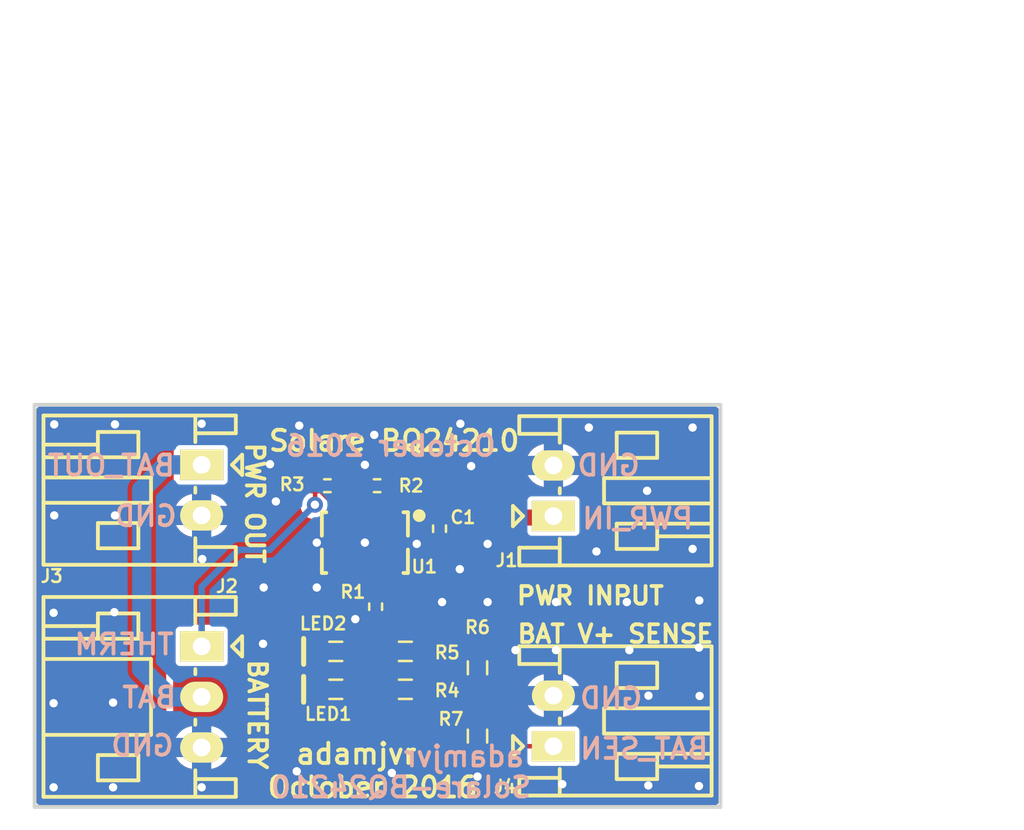
<source format=kicad_pcb>
(kicad_pcb (version 20221018) (generator pcbnew)
  (layers (0 "F.Cu" signal) (31 "B.Cu" signal) (34 "B.Paste" user) (35 "F.Paste" user) (36 "B.SilkS" user "B.Silkscreen") (37 "F.SilkS" user "F.Silkscreen") (38 "B.Mask" user) (39 "F.Mask" user) (44 "Edge.Cuts" user))
  (net 0 "")
  (net 1 "GND")
  (net 2 "Net-(C1-Pad1)")
  (net 3 "/BAT")
  (net 4 "/THERM")
  (net 5 "/BAT_VOLT")
  (net 6 "Net-(LED1-Pad1)")
  (net 7 "Net-(LED1-Pad2)")
  (net 8 "Net-(LED2-Pad2)")
  (net 9 "Net-(LED2-Pad1)")
  (net 10 "Net-(R1-Pad1)")
  (net 11 "Net-(R2-Pad1)")
  (net 12 "Net-(R3-Pad1)")
  (footprint "PCB_Footprints:C0402" (layer "F.Cu") (at 66.7 57.7 -90)
    (fp_text reference "C1" (at -0.45 -0.925) (layer "F.SilkS") (effects (font (size 0.5 0.5) (thickness 0.1))))
    (fp_text value "CL05A105KA5NQNC")
    (fp_line (start -0.127 -0.254) (end 0.127 -0.254) (stroke (width 0.1)) (layer "F.SilkS"))
    (fp_line (start -0.127 0.254) (end 0.127 0.254) (stroke (width 0.1)) (layer "F.SilkS"))
    (pad "1" smd roundrect (at -0.483 0 270) (size 0.559 0.61) (layers "F.Cu" "F.Paste" "F.Mask") (net 2 "Net-(C1-Pad1)"))
    (pad "2" smd roundrect (at 0.483 0 270) (size 0.559 0.61) (layers "F.Cu" "F.Paste" "F.Mask") (net 1 "GND"))
  )
  (footprint "PCB_Footprints:S2B-PH-K-S(LF)(SN)" (layer "F.Cu") (at 71.2 57.2 90)
    (fp_text reference "J1" (at -1.75 -1.85 180) (layer "F.SilkS") (effects (font (size 0.5 0.5) (thickness 0.1))))
    (fp_text value "S2B-PH-K-S(LF)(SN)")
    (fp_line (start -1.95 -1.35) (end -1.95 6.25) (stroke (width 0.15)) (layer "F.SilkS"))
    (fp_line (start -1.95 0.25) (end -1.25 0.25) (stroke (width 0.15)) (layer "F.SilkS"))
    (fp_line (start -1.95 6.25) (end 3.95 6.25) (stroke (width 0.15)) (layer "F.SilkS"))
    (fp_line (start -1.3 2.5) (end -1.3 4.1) (stroke (width 0.15)) (layer "F.SilkS"))
    (fp_line (start -1.3 4.1) (end -0.3 4.1) (stroke (width 0.15)) (layer "F.SilkS"))
    (fp_line (start -1.25 -1.35) (end -1.95 -1.35) (stroke (width 0.15)) (layer "F.SilkS"))
    (fp_line (start -1.25 0.25) (end -1.25 -1.35) (stroke (width 0.15)) (layer "F.SilkS"))
    (fp_line (start -0.9 0.25) (end -1.25 0.25) (stroke (width 0.15)) (layer "F.SilkS"))
    (fp_line (start -0.8 4.1) (end -0.8 6.25) (stroke (width 0.15)) (layer "F.SilkS"))
    (fp_line (start -0.4 -1.6) (end 0.4 -1.6) (stroke (width 0.15)) (layer "F.SilkS"))
    (fp_line (start -0.3 2.5) (end -1.3 2.5) (stroke (width 0.15)) (layer "F.SilkS"))
    (fp_line (start -0.3 4.1) (end -0.3 2.5) (stroke (width 0.15)) (layer "F.SilkS"))
    (fp_line (start -0.3 4.1) (end -0.3 6.25) (stroke (width 0.15)) (layer "F.SilkS"))
    (fp_line (start 0 -1.2) (end -0.4 -1.6) (stroke (width 0.15)) (layer "F.SilkS"))
    (fp_line (start 0.4 -1.6) (end 0 -1.2) (stroke (width 0.15)) (layer "F.SilkS"))
    (fp_line (start 0.5 2) (end 1.5 2) (stroke (width 0.15)) (layer "F.SilkS"))
    (fp_line (start 0.5 6.25) (end 0.5 2) (stroke (width 0.15)) (layer "F.SilkS"))
    (fp_line (start 0.9 0.25) (end 1.1 0.25) (stroke (width 0.15)) (layer "F.SilkS"))
    (fp_line (start 1.5 2) (end 1.5 6.25) (stroke (width 0.15)) (layer "F.SilkS"))
    (fp_line (start 2.3 2.5) (end 3.3 2.5) (stroke (width 0.15)) (layer "F.SilkS"))
    (fp_line (start 2.3 4.1) (end 2.3 2.5) (stroke (width 0.15)) (layer "F.SilkS"))
    (fp_line (start 3.25 -1.35) (end 3.25 0.25) (stroke (width 0.15)) (layer "F.SilkS"))
    (fp_line (start 3.25 0.25) (end 2.9 0.25) (stroke (width 0.15)) (layer "F.SilkS"))
    (fp_line (start 3.3 2.5) (end 3.3 4.1) (stroke (width 0.15)) (layer "F.SilkS"))
    (fp_line (start 3.3 4.1) (end 2.3 4.1) (stroke (width 0.15)) (layer "F.SilkS"))
    (fp_line (start 3.95 -1.35) (end 3.25 -1.35) (stroke (width 0.15)) (layer "F.SilkS"))
    (fp_line (start 3.95 0.25) (end 3.25 0.25) (stroke (width 0.15)) (layer "F.SilkS"))
    (fp_line (start 3.95 6.25) (end 3.95 -1.35) (stroke (width 0.15)) (layer "F.SilkS"))
    (pad "1" thru_hole rect (at 0 0 90) (size 1.2 1.7) (drill 0.7) (layers "*.Cu" "*.Mask" "F.SilkS") (net 2 "Net-(C1-Pad1)"))
    (pad "2" thru_hole oval (at 2 0 90) (size 1.2 1.7) (drill 0.7) (layers "*.Cu" "*.Mask" "F.SilkS") (net 1 "GND"))
  )
  (footprint "PCB_Footprints:S3B-PH-K-S(LF)(SN)" (layer "F.Cu") (at 57.3 62.35 -90)
    (fp_text reference "J2" (at -2.375 -1) (layer "F.SilkS") (effects (font (size 0.5 0.5) (thickness 0.1))))
    (fp_text value "S3B-PH-K-S(LF)(SN)")
    (fp_line (start -1.95 -1.35) (end -1.95 6.25) (stroke (width 0.15)) (layer "F.SilkS"))
    (fp_line (start -1.95 0.25) (end -1.25 0.25) (stroke (width 0.15)) (layer "F.SilkS"))
    (fp_line (start -1.95 6.25) (end 5.95 6.25) (stroke (width 0.15)) (layer "F.SilkS"))
    (fp_line (start -1.3 2.5) (end -1.3 4.1) (stroke (width 0.15)) (layer "F.SilkS"))
    (fp_line (start -1.3 4.1) (end -0.3 4.1) (stroke (width 0.15)) (layer "F.SilkS"))
    (fp_line (start -1.25 -1.35) (end -1.95 -1.35) (stroke (width 0.15)) (layer "F.SilkS"))
    (fp_line (start -1.25 0.25) (end -1.25 -1.35) (stroke (width 0.15)) (layer "F.SilkS"))
    (fp_line (start -0.9 0.25) (end -1.25 0.25) (stroke (width 0.15)) (layer "F.SilkS"))
    (fp_line (start -0.8 4.1) (end -0.8 6.25) (stroke (width 0.15)) (layer "F.SilkS"))
    (fp_line (start -0.4 -1.6) (end 0.4 -1.6) (stroke (width 0.15)) (layer "F.SilkS"))
    (fp_line (start -0.3 2.5) (end -1.3 2.5) (stroke (width 0.15)) (layer "F.SilkS"))
    (fp_line (start -0.3 4.1) (end -0.3 2.5) (stroke (width 0.15)) (layer "F.SilkS"))
    (fp_line (start -0.3 4.1) (end -0.3 6.25) (stroke (width 0.15)) (layer "F.SilkS"))
    (fp_line (start 0 -1.2) (end -0.4 -1.6) (stroke (width 0.15)) (layer "F.SilkS"))
    (fp_line (start 0.4 -1.6) (end 0 -1.2) (stroke (width 0.15)) (layer "F.SilkS"))
    (fp_line (start 0.5 2) (end 3.5 2) (stroke (width 0.15)) (layer "F.SilkS"))
    (fp_line (start 0.5 6.25) (end 0.5 2) (stroke (width 0.15)) (layer "F.SilkS"))
    (fp_line (start 0.9 0.25) (end 1.1 0.25) (stroke (width 0.15)) (layer "F.SilkS"))
    (fp_line (start 2.9 0.25) (end 3.1 0.25) (stroke (width 0.15)) (layer "F.SilkS"))
    (fp_line (start 3.5 2) (end 3.5 6.25) (stroke (width 0.15)) (layer "F.SilkS"))
    (fp_line (start 4.3 2.5) (end 5.3 2.5) (stroke (width 0.15)) (layer "F.SilkS"))
    (fp_line (start 4.3 4.1) (end 4.3 2.5) (stroke (width 0.15)) (layer "F.SilkS"))
    (fp_line (start 5.25 -1.35) (end 5.25 0.25) (stroke (width 0.15)) (layer "F.SilkS"))
    (fp_line (start 5.25 0.25) (end 4.9 0.25) (stroke (width 0.15)) (layer "F.SilkS"))
    (fp_line (start 5.3 2.5) (end 5.3 4.1) (stroke (width 0.15)) (layer "F.SilkS"))
    (fp_line (start 5.3 4.1) (end 4.3 4.1) (stroke (width 0.15)) (layer "F.SilkS"))
    (fp_line (start 5.95 -1.35) (end 5.25 -1.35) (stroke (width 0.15)) (layer "F.SilkS"))
    (fp_line (start 5.95 0.25) (end 5.25 0.25) (stroke (width 0.15)) (layer "F.SilkS"))
    (fp_line (start 5.95 6.25) (end 5.95 -1.35) (stroke (width 0.15)) (layer "F.SilkS"))
    (pad "1" thru_hole rect (at 0 0 270) (size 1.2 1.7) (drill 0.7) (layers "*.Cu" "*.Mask" "F.SilkS") (net 4 "/THERM"))
    (pad "2" thru_hole oval (at 2 0 270) (size 1.2 1.7) (drill 0.7) (layers "*.Cu" "*.Mask" "F.SilkS") (net 3 "/BAT"))
    (pad "3" thru_hole oval (at 4 0 270) (size 1.2 1.7) (drill 0.7) (layers "*.Cu" "*.Mask" "F.SilkS") (net 1 "GND"))
  )
  (footprint "PCB_Footprints:S2B-PH-K-S(LF)(SN)" (layer "F.Cu") (at 57.3 55.175 -90)
    (fp_text reference "J3" (at 4.4 5.925) (layer "F.SilkS") (effects (font (size 0.5 0.5) (thickness 0.1))))
    (fp_text value "S2B-PH-K-S(LF)(SN)")
    (fp_line (start -1.95 -1.35) (end -1.95 6.25) (stroke (width 0.15)) (layer "F.SilkS"))
    (fp_line (start -1.95 0.25) (end -1.25 0.25) (stroke (width 0.15)) (layer "F.SilkS"))
    (fp_line (start -1.95 6.25) (end 3.95 6.25) (stroke (width 0.15)) (layer "F.SilkS"))
    (fp_line (start -1.3 2.5) (end -1.3 4.1) (stroke (width 0.15)) (layer "F.SilkS"))
    (fp_line (start -1.3 4.1) (end -0.3 4.1) (stroke (width 0.15)) (layer "F.SilkS"))
    (fp_line (start -1.25 -1.35) (end -1.95 -1.35) (stroke (width 0.15)) (layer "F.SilkS"))
    (fp_line (start -1.25 0.25) (end -1.25 -1.35) (stroke (width 0.15)) (layer "F.SilkS"))
    (fp_line (start -0.9 0.25) (end -1.25 0.25) (stroke (width 0.15)) (layer "F.SilkS"))
    (fp_line (start -0.8 4.1) (end -0.8 6.25) (stroke (width 0.15)) (layer "F.SilkS"))
    (fp_line (start -0.4 -1.6) (end 0.4 -1.6) (stroke (width 0.15)) (layer "F.SilkS"))
    (fp_line (start -0.3 2.5) (end -1.3 2.5) (stroke (width 0.15)) (layer "F.SilkS"))
    (fp_line (start -0.3 4.1) (end -0.3 2.5) (stroke (width 0.15)) (layer "F.SilkS"))
    (fp_line (start -0.3 4.1) (end -0.3 6.25) (stroke (width 0.15)) (layer "F.SilkS"))
    (fp_line (start 0 -1.2) (end -0.4 -1.6) (stroke (width 0.15)) (layer "F.SilkS"))
    (fp_line (start 0.4 -1.6) (end 0 -1.2) (stroke (width 0.15)) (layer "F.SilkS"))
    (fp_line (start 0.5 2) (end 1.5 2) (stroke (width 0.15)) (layer "F.SilkS"))
    (fp_line (start 0.5 6.25) (end 0.5 2) (stroke (width 0.15)) (layer "F.SilkS"))
    (fp_line (start 0.9 0.25) (end 1.1 0.25) (stroke (width 0.15)) (layer "F.SilkS"))
    (fp_line (start 1.5 2) (end 1.5 6.25) (stroke (width 0.15)) (layer "F.SilkS"))
    (fp_line (start 2.3 2.5) (end 3.3 2.5) (stroke (width 0.15)) (layer "F.SilkS"))
    (fp_line (start 2.3 4.1) (end 2.3 2.5) (stroke (width 0.15)) (layer "F.SilkS"))
    (fp_line (start 3.25 -1.35) (end 3.25 0.25) (stroke (width 0.15)) (layer "F.SilkS"))
    (fp_line (start 3.25 0.25) (end 2.9 0.25) (stroke (width 0.15)) (layer "F.SilkS"))
    (fp_line (start 3.3 2.5) (end 3.3 4.1) (stroke (width 0.15)) (layer "F.SilkS"))
    (fp_line (start 3.3 4.1) (end 2.3 4.1) (stroke (width 0.15)) (layer "F.SilkS"))
    (fp_line (start 3.95 -1.35) (end 3.25 -1.35) (stroke (width 0.15)) (layer "F.SilkS"))
    (fp_line (start 3.95 0.25) (end 3.25 0.25) (stroke (width 0.15)) (layer "F.SilkS"))
    (fp_line (start 3.95 6.25) (end 3.95 -1.35) (stroke (width 0.15)) (layer "F.SilkS"))
    (pad "1" thru_hole rect (at 0 0 270) (size 1.2 1.7) (drill 0.7) (layers "*.Cu" "*.Mask" "F.SilkS") (net 3 "/BAT"))
    (pad "2" thru_hole oval (at 2 0 270) (size 1.2 1.7) (drill 0.7) (layers "*.Cu" "*.Mask" "F.SilkS") (net 1 "GND"))
  )
  (footprint "PCB_Footprints:S2B-PH-K-S(LF)(SN)" (layer "F.Cu") (at 71.2 66.3 90)
    (fp_text reference "J4" (at -1.6 -1.925 180) (layer "F.SilkS") (effects (font (size 0.5 0.5) (thickness 0.1))))
    (fp_text value "S2B-PH-K-S(LF)(SN)")
    (fp_line (start -1.95 -1.35) (end -1.95 6.25) (stroke (width 0.15)) (layer "F.SilkS"))
    (fp_line (start -1.95 0.25) (end -1.25 0.25) (stroke (width 0.15)) (layer "F.SilkS"))
    (fp_line (start -1.95 6.25) (end 3.95 6.25) (stroke (width 0.15)) (layer "F.SilkS"))
    (fp_line (start -1.3 2.5) (end -1.3 4.1) (stroke (width 0.15)) (layer "F.SilkS"))
    (fp_line (start -1.3 4.1) (end -0.3 4.1) (stroke (width 0.15)) (layer "F.SilkS"))
    (fp_line (start -1.25 -1.35) (end -1.95 -1.35) (stroke (width 0.15)) (layer "F.SilkS"))
    (fp_line (start -1.25 0.25) (end -1.25 -1.35) (stroke (width 0.15)) (layer "F.SilkS"))
    (fp_line (start -0.9 0.25) (end -1.25 0.25) (stroke (width 0.15)) (layer "F.SilkS"))
    (fp_line (start -0.8 4.1) (end -0.8 6.25) (stroke (width 0.15)) (layer "F.SilkS"))
    (fp_line (start -0.4 -1.6) (end 0.4 -1.6) (stroke (width 0.15)) (layer "F.SilkS"))
    (fp_line (start -0.3 2.5) (end -1.3 2.5) (stroke (width 0.15)) (layer "F.SilkS"))
    (fp_line (start -0.3 4.1) (end -0.3 2.5) (stroke (width 0.15)) (layer "F.SilkS"))
    (fp_line (start -0.3 4.1) (end -0.3 6.25) (stroke (width 0.15)) (layer "F.SilkS"))
    (fp_line (start 0 -1.2) (end -0.4 -1.6) (stroke (width 0.15)) (layer "F.SilkS"))
    (fp_line (start 0.4 -1.6) (end 0 -1.2) (stroke (width 0.15)) (layer "F.SilkS"))
    (fp_line (start 0.5 2) (end 1.5 2) (stroke (width 0.15)) (layer "F.SilkS"))
    (fp_line (start 0.5 6.25) (end 0.5 2) (stroke (width 0.15)) (layer "F.SilkS"))
    (fp_line (start 0.9 0.25) (end 1.1 0.25) (stroke (width 0.15)) (layer "F.SilkS"))
    (fp_line (start 1.5 2) (end 1.5 6.25) (stroke (width 0.15)) (layer "F.SilkS"))
    (fp_line (start 2.3 2.5) (end 3.3 2.5) (stroke (width 0.15)) (layer "F.SilkS"))
    (fp_line (start 2.3 4.1) (end 2.3 2.5) (stroke (width 0.15)) (layer "F.SilkS"))
    (fp_line (start 3.25 -1.35) (end 3.25 0.25) (stroke (width 0.15)) (layer "F.SilkS"))
    (fp_line (start 3.25 0.25) (end 2.9 0.25) (stroke (width 0.15)) (layer "F.SilkS"))
    (fp_line (start 3.3 2.5) (end 3.3 4.1) (stroke (width 0.15)) (layer "F.SilkS"))
    (fp_line (start 3.3 4.1) (end 2.3 4.1) (stroke (width 0.15)) (layer "F.SilkS"))
    (fp_line (start 3.95 -1.35) (end 3.25 -1.35) (stroke (width 0.15)) (layer "F.SilkS"))
    (fp_line (start 3.95 0.25) (end 3.25 0.25) (stroke (width 0.15)) (layer "F.SilkS"))
    (fp_line (start 3.95 6.25) (end 3.95 -1.35) (stroke (width 0.15)) (layer "F.SilkS"))
    (pad "1" thru_hole rect (at 0 0 90) (size 1.2 1.7) (drill 0.7) (layers "*.Cu" "*.Mask" "F.SilkS") (net 5 "/BAT_VOLT"))
    (pad "2" thru_hole oval (at 2 0 90) (size 1.2 1.7) (drill 0.7) (layers "*.Cu" "*.Mask" "F.SilkS") (net 1 "GND"))
  )
  (footprint "PCB_Footprints:LED0603" (layer "F.Cu") (at 62.6 64.05 180)
    (fp_text reference "LED1" (at 0.3 -0.975 180) (layer "F.SilkS") (effects (font (size 0.5 0.5) (thickness 0.1))))
    (fp_text value "LTST-C191KGKT" hide)
    (fp_line (start -0.254 -0.381) (end 0.254 -0.381) (stroke (width 0.1)) (layer "F.SilkS"))
    (fp_line (start 0.254 0.381) (end -0.254 0.381) (stroke (width 0.1)) (layer "F.SilkS"))
    (fp_line (start 1.27 -0.508) (end 1.27 0.508) (stroke (width 0.2)) (layer "F.SilkS"))
    (pad "1" smd roundrect (at -0.68 0 180) (size 0.74 1) (layers "F.Cu" "F.Paste" "F.Mask") (net 6 "Net-(LED1-Pad1)"))
    (pad "2" smd roundrect (at 0.68 0 180) (size 0.74 1) (layers "F.Cu" "F.Paste" "F.Mask") (net 7 "Net-(LED1-Pad2)"))
  )
  (footprint "PCB_Footprints:LED0603" (layer "F.Cu") (at 62.6 62.55 180)
    (fp_text reference "LED2" (at 0.5 1.1 180) (layer "F.SilkS") (effects (font (size 0.5 0.5) (thickness 0.1))))
    (fp_text value "LTST-C191KFKT" hide)
    (fp_line (start -0.254 -0.381) (end 0.254 -0.381) (stroke (width 0.1)) (layer "F.SilkS"))
    (fp_line (start 0.254 0.381) (end -0.254 0.381) (stroke (width 0.1)) (layer "F.SilkS"))
    (fp_line (start 1.27 -0.508) (end 1.27 0.508) (stroke (width 0.2)) (layer "F.SilkS"))
    (pad "1" smd roundrect (at -0.68 0 180) (size 0.74 1) (layers "F.Cu" "F.Paste" "F.Mask") (net 9 "Net-(LED2-Pad1)"))
    (pad "2" smd roundrect (at 0.68 0 180) (size 0.74 1) (layers "F.Cu" "F.Paste" "F.Mask") (net 8 "Net-(LED2-Pad2)"))
  )
  (footprint "PCB_Footprints:R0402" (layer "F.Cu") (at 64.175 60.783 -90)
    (fp_text reference "R1" (at -0.583 0.9) (layer "F.SilkS") (effects (font (size 0.5 0.5) (thickness 0.1))))
    (fp_text value "RC1005F102CS" hide)
    (fp_line (start -0.127 -0.254) (end 0.127 -0.254) (stroke (width 0.1)) (layer "F.SilkS"))
    (fp_line (start -0.127 0.254) (end 0.127 0.254) (stroke (width 0.1)) (layer "F.SilkS"))
    (pad "1" smd roundrect (at -0.483 0 270) (size 0.559 0.61) (layers "F.Cu" "F.Paste" "F.Mask") (net 10 "Net-(R1-Pad1)"))
    (pad "2" smd roundrect (at 0.483 0 270) (size 0.559 0.61) (layers "F.Cu" "F.Paste" "F.Mask") (net 1 "GND"))
  )
  (footprint "PCB_Footprints:R0402" (layer "F.Cu") (at 64.233 56 180)
    (fp_text reference "R2" (at -1.342 0 180) (layer "F.SilkS") (effects (font (size 0.5 0.5) (thickness 0.1))))
    (fp_text value "RC1005F4870CS" hide)
    (fp_line (start -0.127 -0.254) (end 0.127 -0.254) (stroke (width 0.1)) (layer "F.SilkS"))
    (fp_line (start -0.127 0.254) (end 0.127 0.254) (stroke (width 0.1)) (layer "F.SilkS"))
    (pad "1" smd roundrect (at -0.483 0 180) (size 0.559 0.61) (layers "F.Cu" "F.Paste" "F.Mask") (net 11 "Net-(R2-Pad1)"))
    (pad "2" smd roundrect (at 0.483 0 180) (size 0.559 0.61) (layers "F.Cu" "F.Paste" "F.Mask") (net 1 "GND"))
  )
  (footprint "PCB_Footprints:R0402" (layer "F.Cu") (at 62.267 56 180)
    (fp_text reference "R3" (at 1.392 0.05 180) (layer "F.SilkS") (effects (font (size 0.5 0.5) (thickness 0.1))))
    (fp_text value "RC1005F102CS" hide)
    (fp_line (start -0.127 -0.254) (end 0.127 -0.254) (stroke (width 0.1)) (layer "F.SilkS"))
    (fp_line (start -0.127 0.254) (end 0.127 0.254) (stroke (width 0.1)) (layer "F.SilkS"))
    (pad "1" smd roundrect (at -0.483 0 180) (size 0.559 0.61) (layers "F.Cu" "F.Paste" "F.Mask") (net 12 "Net-(R3-Pad1)"))
    (pad "2" smd roundrect (at 0.483 0 180) (size 0.559 0.61) (layers "F.Cu" "F.Paste" "F.Mask") (net 4 "/THERM"))
  )
  (footprint "PCB_Footprints:R0603" (layer "F.Cu") (at 65.35 64.05)
    (fp_text reference "R4" (at 1.65 0.05) (layer "F.SilkS") (effects (font (size 0.5 0.5) (thickness 0.1))))
    (fp_text value "RC1608J202CS" hide)
    (fp_line (start -0.254 -0.381) (end 0.254 -0.381) (stroke (width 0.1)) (layer "F.SilkS"))
    (fp_line (start -0.254 0.381) (end 0.254 0.381) (stroke (width 0.1)) (layer "F.SilkS"))
    (pad "1" smd roundrect (at -0.68 0) (size 0.74 1) (layers "F.Cu" "F.Paste" "F.Mask") (net 6 "Net-(LED1-Pad1)"))
    (pad "2" smd roundrect (at 0.68 0) (size 0.74 1) (layers "F.Cu" "F.Paste" "F.Mask") (net 3 "/BAT"))
  )
  (footprint "PCB_Footprints:R0603" (layer "F.Cu") (at 65.35 62.55)
    (fp_text reference "R5" (at 1.65 0.05) (layer "F.SilkS") (effects (font (size 0.5 0.5) (thickness 0.1))))
    (fp_text value "RC1608J202CS" hide)
    (fp_line (start -0.254 -0.381) (end 0.254 -0.381) (stroke (width 0.1)) (layer "F.SilkS"))
    (fp_line (start -0.254 0.381) (end 0.254 0.381) (stroke (width 0.1)) (layer "F.SilkS"))
    (pad "1" smd roundrect (at -0.68 0) (size 0.74 1) (layers "F.Cu" "F.Paste" "F.Mask") (net 9 "Net-(LED2-Pad1)"))
    (pad "2" smd roundrect (at 0.68 0) (size 0.74 1) (layers "F.Cu" "F.Paste" "F.Mask") (net 3 "/BAT"))
  )
  (footprint "PCB_Footprints:R0603" (layer "F.Cu") (at 68.2 63.2 -90)
    (fp_text reference "R6" (at -1.6 0 180) (layer "F.SilkS") (effects (font (size 0.5 0.5) (thickness 0.1))))
    (fp_text value "ERA-3AEB3741V" hide)
    (fp_line (start -0.254 -0.381) (end 0.254 -0.381) (stroke (width 0.1)) (layer "F.SilkS"))
    (fp_line (start -0.254 0.381) (end 0.254 0.381) (stroke (width 0.1)) (layer "F.SilkS"))
    (pad "1" smd roundrect (at -0.68 0 270) (size 0.74 1) (layers "F.Cu" "F.Paste" "F.Mask") (net 3 "/BAT"))
    (pad "2" smd roundrect (at 0.68 0 270) (size 0.74 1) (layers "F.Cu" "F.Paste" "F.Mask") (net 5 "/BAT_VOLT"))
  )
  (footprint "PCB_Footprints:R0603" (layer "F.Cu") (at 68.2 65.9 -90)
    (fp_text reference "R7" (at -0.675 1.05 180) (layer "F.SilkS") (effects (font (size 0.5 0.5) (thickness 0.1))))
    (fp_text value "ERA-3AEB3741V" hide)
    (fp_line (start -0.254 -0.381) (end 0.254 -0.381) (stroke (width 0.1)) (layer "F.SilkS"))
    (fp_line (start -0.254 0.381) (end 0.254 0.381) (stroke (width 0.1)) (layer "F.SilkS"))
    (pad "1" smd roundrect (at -0.68 0 270) (size 0.74 1) (layers "F.Cu" "F.Paste" "F.Mask") (net 5 "/BAT_VOLT"))
    (pad "2" smd roundrect (at 0.68 0 270) (size 0.74 1) (layers "F.Cu" "F.Paste" "F.Mask") (net 1 "GND"))
  )
  (footprint "PCB_Footprints:BQ24210" (layer "F.Cu") (at 63.736807 58.325157 -90)
    (fp_text reference "U1" (at 0.874843 -2.363193) (layer "F.SilkS") (effects (font (size 0.5 0.5) (thickness 0.1))))
    (fp_text value "BQ24210DQCT")
    (fp_line (start -1.275157 -1.713193) (end -1.275157 -1.538193) (stroke (width 0.15)) (layer "F.SilkS"))
    (fp_line (start -1.275157 1.511807) (end -1.275157 1.686807) (stroke (width 0.15)) (layer "F.SilkS"))
    (fp_line (start -0.350157 -1.713193) (end -1.275157 -1.713193) (stroke (width 0.15)) (layer "F.SilkS"))
    (fp_line (start -0.350157 1.686807) (end -1.275157 1.686807) (stroke (width 0.15)) (layer "F.SilkS"))
    (fp_line (start 1.124843 -1.713193) (end 0.199843 -1.713193) (stroke (width 0.15)) (layer "F.SilkS"))
    (fp_line (start 1.124843 -1.713193) (end 1.124843 -1.538193) (stroke (width 0.15)) (layer "F.SilkS"))
    (fp_line (start 1.124843 1.511807) (end 1.124843 1.686807) (stroke (width 0.15)) (layer "F.SilkS"))
    (fp_line (start 1.124843 1.686807) (end 0.199843 1.686807) (stroke (width 0.15)) (layer "F.SilkS"))
    (fp_circle (center -1.143 -2.159) (end -1.143 -2.032) (stroke (width 0.25)) (fill none) (layer "F.SilkS"))
    (pad "1" smd oval (at -1.075157 -1.013193 180) (size 0.3 0.7) (layers "F.Cu" "F.Paste" "F.Mask") (net 2 "Net-(C1-Pad1)"))
    (pad "2" smd oval (at -1.075157 -0.513193 180) (size 0.3 0.7) (layers "F.Cu" "F.Paste" "F.Mask") (net 11 "Net-(R2-Pad1)"))
    (pad "3" smd oval (at -1.075157 -0.013193 180) (size 0.3 0.7) (layers "F.Cu" "F.Paste" "F.Mask") (net 1 "GND"))
    (pad "4" smd oval (at -1.075157 0.486807 180) (size 0.3 0.7) (layers "F.Cu" "F.Paste" "F.Mask") (net 12 "Net-(R3-Pad1)"))
    (pad "5" smd oval (at -1.075157 0.986807 180) (size 0.3 0.7) (layers "F.Cu" "F.Paste" "F.Mask") (net 4 "/THERM"))
    (pad "6" smd oval (at 0.924843 0.986807 180) (size 0.3 0.7) (layers "F.Cu" "F.Paste" "F.Mask") (net 8 "Net-(LED2-Pad2)"))
    (pad "7" smd oval (at 0.924843 0.486807 180) (size 0.3 0.7) (layers "F.Cu" "F.Paste" "F.Mask") (net 8 "Net-(LED2-Pad2)"))
    (pad "8" smd oval (at 0.924843 -0.013193 180) (size 0.3 0.7) (layers "F.Cu" "F.Paste" "F.Mask") (net 7 "Net-(LED1-Pad2)"))
    (pad "9" smd oval (at 0.924843 -0.513193 180) (size 0.3 0.7) (layers "F.Cu" "F.Paste" "F.Mask") (net 10 "Net-(R1-Pad1)"))
    (pad "10" smd oval (at 0.924843 -1.013193 180) (size 0.3 0.7) (layers "F.Cu" "F.Paste" "F.Mask") (net 3 "/BAT"))
    (pad "11" smd rect (at -0.075157 -0.013193 180) (size 2.4 0.75) (layers "F.Cu" "F.Paste" "F.Mask") (net 1 "GND"))
  )
  (gr_line (start 77.8 52.8) (end 77.8 68.7) (stroke (width 0.15)) (layer "Edge.Cuts"))
  (gr_line (start 50.7 68.7) (end 50.7 52.8) (stroke (width 0.15)) (layer "Edge.Cuts"))
  (gr_line (start 77.8 68.7) (end 50.7 68.7) (stroke (width 0.15)) (layer "Edge.Cuts"))
  (gr_line (start 50.7 52.8) (end 77.8 52.8) (stroke (width 0.15)) (layer "Edge.Cuts"))
  (gr_text "THERM" (at 56.275 62.275) (layer "B.SilkS") (effects (font (size 0.8 0.8)) (justify left mirror)))
  (gr_text "BAT" (at 56.375 64.375) (layer "B.SilkS") (effects (font (size 0.8 0.8)) (justify left mirror)))
  (gr_text "GND" (at 74.8 64.4) (layer "B.SilkS") (effects (font (size 0.8 0.8)) (justify left mirror)))
  (gr_text "GND" (at 56.4 57.2) (layer "B.SilkS") (effects (font (size 0.8 0.8)) (justify left mirror)))
  (gr_text "GND" (at 74.7 55.2) (layer "B.SilkS") (effects (font (size 0.8 0.8)) (justify left mirror)))
  (gr_text "GND" (at 56.275 66.275) (layer "B.SilkS") (effects (font (size 0.8 0.8)) (justify left mirror)))
  (gr_text "BAT_SEN" (at 77.4 66.4) (layer "B.SilkS") (effects (font (size 0.8 0.8)) (justify left mirror)))
  (gr_text "PWR_IN" (at 76.8 57.3) (layer "B.SilkS") (effects (font (size 0.8 0.8)) (justify left mirror)))
  (gr_text "BAT_OUT" (at 56.325 55.2) (layer "B.SilkS") (effects (font (size 0.8 0.8)) (justify left mirror)))
  (gr_text "Solare-BQ24210" (at 70.4 67.925) (layer "B.SilkS") (effects (font (size 0.8 0.8)) (justify left mirror)))
  (gr_text "adamjvr" (at 70.125 66.7) (layer "B.SilkS") (effects (font (size 0.8 0.8)) (justify left mirror)))
  (gr_text "October 2016" (at 69 54.425) (layer "B.SilkS") (effects (font (size 0.8 0.8)) (justify left mirror)))
  (gr_text "adamjvr" (at 60.95 66.6) (layer "F.SilkS") (effects (font (size 0.8 0.8)) (justify left)))
  (gr_text "October 2016" (at 59.825 67.925) (layer "F.SilkS") (effects (font (size 0.8 0.8)) (justify left)))
  (gr_text "PWR OUT" (at 59.4 54.225 270) (layer "F.SilkS") (effects (font (size 0.7 0.7)) (justify left)))
  (gr_text "BATTERY\n" (at 59.5 62.8 270) (layer "F.SilkS") (effects (font (size 0.7 0.7)) (justify left)))
  (gr_text "BAT V+ SENSE\n\n" (at 69.7 62.425) (layer "F.SilkS") (effects (font (size 0.7 0.7)) (justify left)))
  (gr_text "PWR INPUT" (at 69.675 60.35) (layer "F.SilkS") (effects (font (size 0.7 0.7)) (justify left)))
  (gr_text "Solare BQ24210" (at 59.875 54.225) (layer "F.SilkS") (effects (font (size 0.8 0.8)) (justify left)))
  (segment (start 61.057364 67.290996) (end 64.748823 67.290996) (width 0.1778) (layer "F.Cu") (net 1))
  (segment (start 63.75 56) (end 63.75 55.175543) (width 0.254) (layer "F.Cu") (net 1))
  (segment (start 63.75 57.25) (end 63.75 58.25) (width 0.1778) (layer "F.Cu") (net 1))
  (segment (start 76.902282 60.6) (end 76.964429 60.537853) (width 0.254) (layer "F.Cu") (net 1))
  (segment (start 71.2 55.2) (end 67.975 55.2) (width 0.1778) (layer "F.Cu") (net 1))
  (segment (start 71.2 55.2) (end 71.2 55.1) (width 0.254) (layer "F.Cu") (net 1))
  (segment (start 76.7 53.7) (end 76.7 58.5) (width 0.254) (layer "F.Cu") (net 1))
  (segment (start 71.6 67.85) (end 71.55 67.8) (width 0.1778) (layer "F.Cu") (net 1))
  (segment (start 74.2 62.5) (end 76.853299 62.5) (width 0.254) (layer "F.Cu") (net 1))
  (segment (start 72.6 53.7) (end 71.6 53.7) (width 0.1778) (layer "F.Cu") (net 1))
  (segment (start 76.964429 64.30038) (end 76.976527 64.312478) (width 0.254) (layer "F.Cu") (net 1))
  (segment (start 76.853299 62.5) (end 76.95233 62.400969) (width 0.254) (layer "F.Cu") (net 1))
  (segment (start 57.3 66.35) (end 57.3 67.925) (width 0.1778) (layer "F.Cu") (net 1))
  (segment (start 57.3 58.875) (end 57.325 58.9) (width 0.1778) (layer "F.Cu") (net 1))
  (segment (start 74.95 67.85) (end 71.6 67.85) (width 0.1778) (layer "F.Cu") (net 1))
  (segment (start 65.8 58.3) (end 68.6 58.3) (width 0.254) (layer "F.Cu") (net 1))
  (segment (start 63.803053 53.672273) (end 64.120552 53.989772) (width 0.1778) (layer "F.Cu") (net 1))
  (segment (start 68.2 66.58) (end 68.2 67.5) (width 0.254) (layer "F.Cu") (net 1))
  (segment (start 71.2 54.1) (end 71.2 55.2) (width 0.1778) (layer "F.Cu") (net 1))
  (segment (start 74.9 56.6) (end 74.9 56.2) (width 0.254) (layer "F.Cu") (net 1))
  (segment (start 63.75 55.175543) (end 63.751246 55.174297) (width 0.254) (layer "F.Cu") (net 1))
  (segment (start 61.082458 53.55) (end 61.155831 53.623373) (width 0.1778) (layer "F.Cu") (net 1))
  (segment (start 61.85 60.025) (end 59.75 60.025) (width 0.1778) (layer "F.Cu") (net 1))
  (segment (start 64.2 61.266) (end 63.379666 61.266) (width 0.254) (layer "F.Cu") (net 1))
  (segment (start 63.754153 53.623373) (end 63.803053 53.672273) (width 0.1778) (layer "F.Cu") (net 1))
  (segment (start 74.956134 64.30038) (end 76.964429 64.30038) (width 0.254) (layer "F.Cu") (net 1))
  (segment (start 68.6 60.6) (end 71.3 60.6) (width 0.254) (layer "F.Cu") (net 1))
  (segment (start 59.914837 56.939794) (end 60.232336 56.622295) (width 0.1778) (layer "F.Cu") (net 1))
  (segment (start 72.6 53.7) (end 67.671567 53.7) (width 0.1778) (layer "F.Cu") (net 1))
  (segment (start 71.3 62.5) (end 69.7 62.5) (width 0.254) (layer "F.Cu") (net 1))
  (segment (start 51.45 67.925) (end 51.45 64.6) (width 0.1778) (layer "F.Cu") (net 1))
  (segment (start 61.155831 53.623373) (end 63.754153 53.623373) (width 0.1778) (layer "F.Cu") (net 1))
  (segment (start 57.3 53.55) (end 61.082458 53.55) (width 0.1778) (layer "F.Cu") (net 1))
  (segment (start 53.875 57.175) (end 53.875 53.575) (width 0.1778) (layer "F.Cu") (net 1))
  (segment (start 63.75 57.25) (end 63.75 56) (width 0.1778) (layer "F.Cu") (net 1))
  (segment (start 63.751246 55.174297) (end 60.024297 55.174297) (width 0.1778) (layer "F.Cu") (net 1))
  (segment (start 76.976527 67.848473) (end 76.95 67.875) (width 0.1778) (layer "F.Cu") (net 1))
  (segment (start 71.6 53.7) (end 71.2 54.1) (width 0.1778) (layer "F.Cu") (net 1))
  (segment (start 67.671567 53.7) (end 67.522392 53.550825) (width 0.1778) (layer "F.Cu") (net 1))
  (segment (start 64.748823 67.290996) (end 64.814002 67.356175) (width 0.1778) (layer "F.Cu") (net 1))
  (segment (start 53.8 64.575) (end 53.8 67.925) (width 0.1778) (layer "F.Cu") (net 1))
  (segment (start 74.1 60.6) (end 76.902282 60.6) (width 0.254) (layer "F.Cu") (net 1))
  (segment (start 67.975 55.2) (end 67.95 55.225) (width 0.1778) (layer "F.Cu") (net 1))
  (segment (start 63.75 58.25) (end 61.85 58.25) (width 0.1778) (layer "F.Cu") (net 1))
  (segment (start 53.825 61.025) (end 53.85 61) (width 0.1778) (layer "F.Cu") (net 1))
  (segment (start 57.3 57.175) (end 59.679631 57.175) (width 0.1778) (layer "F.Cu") (net 1))
  (segment (start 63.379666 61.266) (end 63.370909 61.274757) (width 0.254) (layer "F.Cu") (net 1))
  (segment (start 59.679631 57.175) (end 59.914837 56.939794) (width 0.1778) (layer "F.Cu") (net 1))
  (segment (start 60.024297 55.174297) (end 60 55.15) (width 0.1778) (layer "F.Cu") (net 1))
  (segment (start 72.9 58.6) (end 74.9 56.6) (width 0.254) (layer "F.Cu") (net 1))
  (segment (start 57.3 57.175) (end 57.3 58.875) (width 0.1778) (layer "F.Cu") (net 1))
  (segment (start 68.6 60.6) (end 66.8 60.6) (width 0.254) (layer "F.Cu") (net 1))
  (segment (start 51.475 57.175) (end 51.475 53.575) (width 0.1778) (layer "F.Cu") (net 1))
  (segment (start 76.976527 64.312478) (end 76.976527 67.848473) (width 0.1778) (layer "F.Cu") (net 1))
  (segment (start 51.45 61.025) (end 51.45 64.6) (width 0.1778) (layer "F.Cu") (net 1))
  (segment (start 51.45 61.025) (end 53.825 61.025) (width 0.1778) (layer "F.Cu") (net 1))
  (via (at 71.55 67.8) (size 0.635) (drill 0.3302) (layers "F.Cu" "B.Cu") (net 1))
  (via (at 68.2 67.5) (size 0.635) (drill 0.3302) (layers "F.Cu" "B.Cu") (net 1))
  (via (at 76.7 53.7) (size 0.635) (drill 0.3302) (layers "F.Cu" "B.Cu") (net 1))
  (via (at 74.9 56.2) (size 0.635) (drill 0.3302) (layers "F.Cu" "B.Cu") (net 1))
  (via (at 66.8 60.6) (size 0.635) (drill 0.3302) (layers "F.Cu" "B.Cu") (net 1))
  (via (at 63.751246 55.174297) (size 0.635) (drill 0.3302) (layers "F.Cu" "B.Cu") (net 1))
  (via (at 51.475 57.175) (size 0.635) (drill 0.3302) (layers "F.Cu" "B.Cu") (net 1))
  (via (at 65.8 58.3) (size 0.635) (drill 0.3302) (layers "F.Cu" "B.Cu") (net 1))
  (via (at 60.232336 56.622295) (size 0.635) (drill 0.3302) (layers "F.Cu" "B.Cu") (net 1))
  (via (at 74.95 67.85) (size 0.635) (drill 0.3302) (layers "F.Cu" "B.Cu") (net 1))
  (via (at 57.3 53.55) (size 0.635) (drill 0.3302) (layers "F.Cu" "B.Cu") (net 1))
  (via (at 67.5 59.3) (size 0.635) (drill 0.3302) (layers "F.Cu" "B.Cu") (net 1))
  (via (at 57.325 58.9) (size 0.635) (drill 0.3302) (layers "F.Cu" "B.Cu") (net 1))
  (via (at 51.45 67.925) (size 0.635) (drill 0.3302) (layers "F.Cu" "B.Cu") (net 1))
  (via (at 61.057364 67.290996) (size 0.635) (drill 0.3302) (layers "F.Cu" "B.Cu") (net 1))
  (via (at 63.370909 61.274757) (size 0.635) (drill 0.3302) (layers "F.Cu" "B.Cu") (net 1))
  (via (at 53.8 67.925) (size 0.635) (drill 0.3302) (layers "F.Cu" "B.Cu") (net 1))
  (via (at 53.875 53.575) (size 0.635) (drill 0.3302) (layers "F.Cu" "B.Cu") (net 1))
  (via (at 74.1 60.6) (size 0.635) (drill 0.3302) (layers "F.Cu" "B.Cu") (net 1))
  (via (at 51.475 53.575) (size 0.635) (drill 0.3302) (layers "F.Cu" "B.Cu") (net 1))
  (via (at 64.814002 67.356175) (size 0.635) (drill 0.3302) (layers "F.Cu" "B.Cu") (net 1))
  (via (at 53.8 64.575) (size 0.635) (drill 0.3302) (layers "F.Cu" "B.Cu") (net 1))
  (via (at 76.7 58.5) (size 0.635) (drill 0.3302) (layers "F.Cu" "B.Cu") (net 1))
  (via (at 76.976527 64.312478) (size 0.635) (drill 0.3302) (layers "F.Cu" "B.Cu") (net 1))
  (via (at 53.85 61) (size 0.635) (drill 0.3302) (layers "F.Cu" "B.Cu") (net 1))
  (via (at 74.956134 64.30038) (size 0.635) (drill 0.3302) (layers "F.Cu" "B.Cu") (net 1))
  (via (at 74.2 62.5) (size 0.635) (drill 0.3302) (layers "F.Cu" "B.Cu") (net 1))
  (via (at 51.45 61.025) (size 0.635) (drill 0.3302) (layers "F.Cu" "B.Cu") (net 1))
  (via (at 59.75 60.025) (size 0.635) (drill 0.3302) (layers "F.Cu" "B.Cu") (net 1))
  (via (at 59.725 62.25) (size 0.635) (drill 0.3302) (layers "F.Cu" "B.Cu") (net 1))
  (via (at 76.95 67.875) (size 0.635) (drill 0.3302) (layers "F.Cu" "B.Cu") (net 1))
  (via (at 71.3 62.5) (size 0.635) (drill 0.3302) (layers "F.Cu" "B.Cu") (net 1))
  (via (at 67.522392 53.550825) (size 0.635) (drill 0.3302) (layers "F.Cu" "B.Cu") (net 1))
  (via (at 67.95 55.225) (size 0.635) (drill 0.3302) (layers "F.Cu" "B.Cu") (net 1))
  (via (at 72.6 53.7) (size 0.635) (drill 0.3302) (layers "F.Cu" "B.Cu") (net 1))
  (via (at 60 55.15) (size 0.635) (drill 0.3302) (layers "F.Cu" "B.Cu") (net 1))
  (via (at 64.120552 53.989772) (size 0.635) (drill 0.3302) (layers "F.Cu" "B.Cu") (net 1))
  (via (at 53.875 57.175) (size 0.635) (drill 0.3302) (layers "F.Cu" "B.Cu") (net 1))
  (via (at 68.6 60.6) (size 0.635) (drill 0.3302) (layers "F.Cu" "B.Cu") (net 1))
  (via (at 76.95233 62.400969) (size 0.635) (drill 0.3302) (layers "F.Cu" "B.Cu") (net 1))
  (via (at 57.3 67.925) (size 0.635) (drill 0.3302) (layers "F.Cu" "B.Cu") (net 1))
  (via (at 71.3 60.6) (size 0.635) (drill 0.3302) (layers "F.Cu" "B.Cu") (net 1))
  (via (at 63.75 58.25) (size 0.635) (drill 0.3302) (layers "F.Cu" "B.Cu") (net 1))
  (via (at 68.6 58.3) (size 0.635) (drill 0.3302) (layers "F.Cu" "B.Cu") (net 1))
  (via (at 51.45 64.6) (size 0.635) (drill 0.3302) (layers "F.Cu" "B.Cu") (net 1))
  (via (at 69.7 62.5) (size 0.635) (drill 0.3302) (layers "F.Cu" "B.Cu") (net 1))
  (via (at 61.85 58.25) (size 0.635) (drill 0.3302) (layers "F.Cu" "B.Cu") (net 1))
  (via (at 61.85 60.025) (size 0.635) (drill 0.3302) (layers "F.Cu" "B.Cu") (net 1))
  (via (at 61.155831 53.623373) (size 0.635) (drill 0.3302) (layers "F.Cu" "B.Cu") (net 1))
  (via (at 76.964429 60.537853) (size 0.635) (drill 0.3302) (layers "F.Cu" "B.Cu") (net 1))
  (via (at 72.9 58.6) (size 0.635) (drill 0.3302) (layers "F.Cu" "B.Cu") (net 1))
  (segment (start 74.975 67.875) (end 74.95 67.85) (width 0.1778) (layer "B.Cu") (net 1))
  (segment (start 76.6 66.3) (end 76.976527 65.923473) (width 0.254) (layer "B.Cu") (net 1))
  (segment (start 57.3 67.925) (end 60.42336 67.925) (width 0.1778) (layer "B.Cu") (net 1))
  (segment (start 76.7 58.5) (end 73 58.5) (width 0.254) (layer "B.Cu") (net 1))
  (segment (start 76.95 67.875) (end 74.975 67.875) (width 0.1778) (layer "B.Cu") (net 1))
  (segment (start 76.976527 64.76149) (end 76.976527 64.312478) (width 0.254) (layer "B.Cu") (net 1))
  (segment (start 59.75 60.025) (end 59.75 62.225) (width 0.1778) (layer "B.Cu") (net 1))
  (segment (start 68.6 58.3) (end 68.6 60.6) (width 0.254) (layer "B.Cu") (net 1))
  (segment (start 76.95233 60.549952) (end 76.964429 60.537853) (width 0.254) (layer "B.Cu") (net 1))
  (segment (start 64.120552 53.989772) (end 67.083445 53.989772) (width 0.1778) (layer "B.Cu") (net 1))
  (segment (start 76.95233 62.400969) (end 76.95233 60.549952) (width 0.254) (layer "B.Cu") (net 1))
  (segment (start 63.75 58.25) (end 65.75 58.25) (width 0.254) (layer "B.Cu") (net 1))
  (segment (start 53.775 64.6) (end 53.8 64.575) (width 0.1778) (layer "B.Cu") (net 1))
  (segment (start 74.955754 64.3) (end 74.956134 64.30038) (width 0.254) (layer "B.Cu") (net 1))
  (segment (start 67.204893 53.868324) (end 67.522392 53.550825) (width 0.1778) (layer "B.Cu") (net 1))
  (segment (start 73 58.5) (end 72.9 58.6) (width 0.254) (layer "B.Cu") (net 1))
  (segment (start 60.42336 67.925) (end 60.739865 67.608495) (width 0.1778) (layer "B.Cu") (net 1))
  (segment (start 57.275 53.575) (end 57.3 53.55) (width 0.1778) (layer "B.Cu") (net 1))
  (segment (start 53.875 53.575) (end 57.275 53.575) (width 0.1778) (layer "B.Cu") (net 1))
  (segment (start 65.75 58.25) (end 65.8 58.3) (width 0.254) (layer "B.Cu") (net 1))
  (segment (start 59.75 62.225) (end 59.725 62.25) (width 0.1778) (layer "B.Cu") (net 1))
  (segment (start 57.3 67.925) (end 53.8 67.925) (width 0.1778) (layer "B.Cu") (net 1))
  (segment (start 61.85 58.25) (end 61.85 60.025) (width 0.1778) (layer "B.Cu") (net 1))
  (segment (start 76.976527 65.923473) (end 76.976527 64.76149) (width 0.254) (layer "B.Cu") (net 1))
  (segment (start 53.8 67.925) (end 51.45 67.925) (width 0.1778) (layer "B.Cu") (net 1))
  (segment (start 51.45 57.2) (end 51.475 57.175) (width 0.1778) (layer "B.Cu") (net 1))
  (segment (start 74.2 62.5) (end 71.3 62.5) (width 0.254) (layer "B.Cu") (net 1))
  (segment (start 72.6 53.7) (end 76.7 53.7) (width 0.254) (layer "B.Cu") (net 1))
  (segment (start 66.8 60.6) (end 66.8 60) (width 0.254) (layer "B.Cu") (net 1))
  (segment (start 66.8 60) (end 67.5 59.3) (width 0.254) (layer "B.Cu") (net 1))
  (segment (start 51.475 53.575) (end 53.875 53.575) (width 0.1778) (layer "B.Cu") (net 1))
  (segment (start 71.3 60.6) (end 74.1 60.6) (width 0.254) (layer "B.Cu") (net 1))
  (segment (start 71.2 64.3) (end 74.955754 64.3) (width 0.254) (layer "B.Cu") (net 1))
  (segment (start 51.45 61.025) (end 51.45 57.2) (width 0.1778) (layer "B.Cu") (net 1))
  (segment (start 67.083445 53.989772) (end 67.204893 53.868324) (width 0.1778) (layer "B.Cu") (net 1))
  (segment (start 51.475 57.175) (end 53.875 57.175) (width 0.1778) (layer "B.Cu") (net 1))
  (segment (start 51.45 64.6) (end 53.775 64.6) (width 0.1778) (layer "B.Cu") (net 1))
  (segment (start 60.739865 67.608495) (end 61.057364 67.290996) (width 0.1778) (layer "B.Cu") (net 1))
  (segment (start 66.75 57.25) (end 66.345 57.25) (width 0.635) (layer "F.Cu") (net 2))
  (segment (start 66.757186 57.257186) (end 71.142814 57.257186) (width 0.635) (layer "F.Cu") (net 2))
  (segment (start 66.345 57.25) (end 64.89531 57.25) (width 0.635) (layer "F.Cu") (net 2))
  (segment (start 66.75 57.25) (end 66.757186 57.257186) (width 0.635) (layer "F.Cu") (net 2))
  (segment (start 71.142814 57.257186) (end 71.2 57.2) (width 0.635) (layer "F.Cu") (net 2))
  (segment (start 59.025 64.35) (end 57.3 64.35) (width 0.762) (layer "F.Cu") (net 3))
  (segment (start 66.03 65.02) (end 66.03 64.05) (width 0.762) (layer "F.Cu") (net 3))
  (segment (start 65.349257 60.515553) (end 65.349257 60.911701) (width 0.254) (layer "F.Cu") (net 3))
  (segment (start 59.987 65.425) (end 60.4 65.425) (width 0.762) (layer "F.Cu") (net 3))
  (segment (start 60.1 65.425) (end 59.025 64.35) (width 0.762) (layer "F.Cu") (net 3))
  (segment (start 66.03 61.592444) (end 66.03 62.55) (width 0.254) (layer "F.Cu") (net 3))
  (segment (start 60.4 65.425) (end 65.625 65.425) (width 0.762) (layer "F.Cu") (net 3))
  (segment (start 66.03 62.55) (end 66.03 64.05) (width 0.254) (layer "F.Cu") (net 3))
  (segment (start 65.625 65.425) (end 66.03 65.02) (width 0.762) (layer "F.Cu") (net 3))
  (segment (start 64.75 59.25) (end 64.75 59.916296) (width 0.254) (layer "F.Cu") (net 3))
  (segment (start 57.3 64.35) (end 57.975 64.35) (width 0.762) (layer "F.Cu") (net 3))
  (segment (start 60.4 65.425) (end 60.1 65.425) (width 0.762) (layer "F.Cu") (net 3))
  (segment (start 64.75 59.916296) (end 65.349257 60.515553) (width 0.254) (layer "F.Cu") (net 3))
  (segment (start 68.17 62.55) (end 68.2 62.52) (width 0.254) (layer "F.Cu") (net 3))
  (segment (start 65.349257 60.911701) (end 66.03 61.592444) (width 0.254) (layer "F.Cu") (net 3))
  (segment (start 66.03 62.55) (end 68.17 62.55) (width 0.254) (layer "F.Cu") (net 3))
  (segment (start 55.907726 55.175) (end 54.93313 56.149596) (width 0.762) (layer "B.Cu") (net 3))
  (segment (start 54.93313 56.149596) (end 54.93313 63.25783) (width 0.762) (layer "B.Cu") (net 3))
  (segment (start 54.93313 63.25783) (end 56.0253 64.35) (width 0.762) (layer "B.Cu") (net 3))
  (segment (start 56.0253 64.35) (end 57.3 64.35) (width 0.762) (layer "B.Cu") (net 3))
  (segment (start 57.3 55.175) (end 55.907726 55.175) (width 0.762) (layer "B.Cu") (net 3))
  (segment (start 62.75 57.25) (end 62.75 57.05) (width 0.1778) (layer "F.Cu") (net 4))
  (segment (start 62.502627 56.583022) (end 62.75 56.830395) (width 0.1778) (layer "F.Cu") (net 4))
  (segment (start 61.784 56) (end 62.367022 56.583022) (width 0.1778) (layer "F.Cu") (net 4))
  (segment (start 62.367022 56.583022) (end 62.502627 56.583022) (width 0.1778) (layer "F.Cu") (net 4))
  (segment (start 61.784 56) (end 61.784 56.741) (width 0.1778) (layer "F.Cu") (net 4))
  (segment (start 62.75 56.830395) (end 62.75 57.25) (width 0.1778) (layer "F.Cu") (net 4))
  (segment (start 61.784 56.741) (end 61.775 56.75) (width 0.1778) (layer "F.Cu") (net 4))
  (via (at 61.775 56.75) (size 0.635) (drill 0.3302) (layers "F.Cu" "B.Cu") (net 4))
  (segment (start 59.989522 58.535478) (end 58.760411 58.535478) (width 0.254) (layer "B.Cu") (net 4))
  (segment (start 57.3 59.995889) (end 57.3 62.35) (width 0.254) (layer "B.Cu") (net 4))
  (segment (start 58.760411 58.535478) (end 57.3 59.995889) (width 0.254) (layer "B.Cu") (net 4))
  (segment (start 61.775 56.75) (end 59.989522 58.535478) (width 0.254) (layer "B.Cu") (net 4))
  (segment (start 68.202637 64.182637) (end 68.202637 65.384816) (width 0.1778) (layer "F.Cu") (net 5))
  (segment (start 67.9 63.88) (end 68.202637 64.182637) (width 0.1778) (layer "F.Cu") (net 5))
  (segment (start 68.202637 65.384816) (end 69.070132 65.384816) (width 0.1778) (layer "F.Cu") (net 5))
  (segment (start 69.985316 66.3) (end 71.2 66.3) (width 0.1778) (layer "F.Cu") (net 5))
  (segment (start 69.070132 65.384816) (end 69.985316 66.3) (width 0.1778) (layer "F.Cu") (net 5))
  (segment (start 63.28 64.05) (end 64.67 64.05) (width 0.1778) (layer "F.Cu") (net 6))
  (segment (start 62.55671 60.974944) (end 62.55671 63.41329) (width 0.1778) (layer "F.Cu") (net 7))
  (segment (start 63.75 59.781654) (end 62.55671 60.974944) (width 0.1778) (layer "F.Cu") (net 7))
  (segment (start 62.354079 63.615921) (end 61.92 64.05) (width 0.1778) (layer "F.Cu") (net 7))
  (segment (start 62.55671 63.41329) (end 62.354079 63.615921) (width 0.1778) (layer "F.Cu") (net 7))
  (segment (start 63.75 59.25) (end 63.75 59.781654) (width 0.1778) (layer "F.Cu") (net 7))
  (segment (start 61.92 62.55) (end 61.92 61.108746) (width 0.1778) (layer "F.Cu") (net 8))
  (segment (start 63.25 59.25) (end 62.75 59.25) (width 0.1778) (layer "F.Cu") (net 8))
  (segment (start 61.92 61.108746) (end 62.75 60.278746) (width 0.1778) (layer "F.Cu") (net 8))
  (segment (start 62.75 60.278746) (end 62.75 59.25) (width 0.1778) (layer "F.Cu") (net 8))
  (segment (start 64.67 62.55) (end 63.28 62.55) (width 0.1778) (layer "F.Cu") (net 9))
  (segment (start 64.25 59.25) (end 64.25 60.25) (width 0.1778) (layer "F.Cu") (net 10))
  (segment (start 64.25 60.25) (end 64.2 60.3) (width 0.1778) (layer "F.Cu") (net 10))
  (segment (start 64.25 56.466) (end 64.716 56) (width 0.1778) (layer "F.Cu") (net 11))
  (segment (start 64.25 57.25) (end 64.25 56.466) (width 0.1778) (layer "F.Cu") (net 11))
  (segment (start 63.25 56.5) (end 63.25 57.25) (width 0.1778) (layer "F.Cu") (net 12))
  (segment (start 62.75 56) (end 63.25 56.5) (width 0.1778) (layer "F.Cu") (net 12))
  (zone (net 3) (net_name "/BAT") (layer "F.Cu") (connect_pads yes (clearance 0.254)) (min_thickness 0.254) (fill yes (thermal_gap 0.254) (thermal_bridge_width 0.762))
    (polygon (pts (xy 64.575 58.9) (xy 64.975 58.9) (xy 64.975 59.65) (xy 66.55 61.675) (xy 68.85 61.675) (xy 68.85 62.975) (xy 67.15 62.975) (xy 67.15 66.3) (xy 66.5 66.3) (xy 59.475 66.3) (xy 59.475 65.575) (xy 56.175 65.575) (xy 56.175 63.175) (xy 58.725 63.175) (xy 60.95 63.175) (xy 60.95 64.825) (xy 65.325 64.825) (xy 65.325 61.9) (xy 64.75 61.925) (xy 64.75 60.05) (xy 64.575 59.85)))
  )
  (zone (net 1) (net_name "GND") (layer "F.Cu") (connect_pads thru_hole_only (clearance 0.254)) (min_thickness 0.254) (fill yes (thermal_gap 0.254) (thermal_bridge_width 0.508))
    (polygon (pts (xy 62.3 57.9) (xy 62.3 55.9) (xy 60.2 55.9) (xy 60.2 52.775) (xy 50.7 52.775) (xy 50.7 68.675) (xy 77.8 68.7) (xy 77.8 64.8) (xy 69.3 64.8) (xy 69.3 66.625) (xy 59.15 66.6) (xy 59.15 66.025) (xy 55.9 66.025) (xy 55.9 62.825) (xy 58.5 62.825) (xy 61.9 62.825) (xy 61.9 60.7) (xy 62.3 60.3) (xy 62.3 58.6) (xy 65.325 58.6) (xy 65.325 59.55) (xy 66.8 61.4) (xy 69.3 61.4) (xy 69.3 65.2) (xy 77.8 65.2) (xy 77.8 52.8) (xy 59.95 52.775) (xy 59.95 56.675) (xy 72.5 56.675) (xy 72.5 58) (xy 72.5 58.2) (xy 69.8 58.2) (xy 69.8 57.2) (xy 65.3 57.2) (xy 65.3 57.9)))
  )
  (zone (net 1) (net_name "GND") (layer "B.Cu") (connect_pads thru_hole_only (clearance 0.1778)) (min_thickness 0.254) (fill yes (thermal_gap 0.254) (thermal_bridge_width 0.762))
    (polygon (pts (xy 50.7 52.825) (xy 77.8 52.825) (xy 77.8 68.675) (xy 50.7 68.675)))
  )
)
</source>
